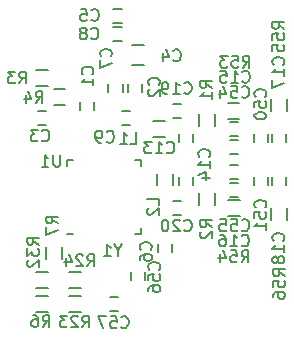
<source format=gbr>
G04 #@! TF.FileFunction,Legend,Bot*
%FSLAX46Y46*%
G04 Gerber Fmt 4.6, Leading zero omitted, Abs format (unit mm)*
G04 Created by KiCad (PCBNEW 4.0.4-stable) date 06/14/17 14:20:26*
%MOMM*%
%LPD*%
G01*
G04 APERTURE LIST*
%ADD10C,0.100000*%
%ADD11C,0.150000*%
G04 APERTURE END LIST*
D10*
D11*
X131670500Y-113219598D02*
X131670500Y-113919598D01*
X132870500Y-113919598D02*
X132870500Y-113219598D01*
X136934500Y-112395598D02*
X136934500Y-111695598D01*
X135734500Y-111695598D02*
X135734500Y-112395598D01*
X128810500Y-113985598D02*
X128110500Y-113985598D01*
X128110500Y-115185598D02*
X128810500Y-115185598D01*
X138299900Y-125240300D02*
X138299900Y-125940300D01*
X139499900Y-125940300D02*
X139499900Y-125240300D01*
X135321600Y-112395598D02*
X135321600Y-111695598D01*
X134121600Y-111695598D02*
X134121600Y-112395598D01*
X135222500Y-115185598D02*
X135922500Y-115185598D01*
X135922500Y-113985598D02*
X135222500Y-113985598D01*
X140052500Y-115911998D02*
X140052500Y-116611998D01*
X141252500Y-116611998D02*
X141252500Y-115911998D01*
X140052500Y-119569598D02*
X140052500Y-120269598D01*
X141252500Y-120269598D02*
X141252500Y-119569598D01*
X145066500Y-114925398D02*
X144366500Y-114925398D01*
X144366500Y-116125398D02*
X145066500Y-116125398D01*
X145066500Y-120081598D02*
X144366500Y-120081598D01*
X144366500Y-121281598D02*
X145066500Y-121281598D01*
X147926500Y-115911998D02*
X147926500Y-116611998D01*
X149126500Y-116611998D02*
X149126500Y-115911998D01*
X147926500Y-119569598D02*
X147926500Y-120269598D01*
X149126500Y-120269598D02*
X149126500Y-119569598D01*
X140240500Y-113375998D02*
X139540500Y-113375998D01*
X139540500Y-114575998D02*
X140240500Y-114575998D01*
X140240500Y-121605598D02*
X139540500Y-121605598D01*
X139540500Y-122805598D02*
X140240500Y-122805598D01*
X138866500Y-114824998D02*
X137866500Y-114824998D01*
X137866500Y-116174998D02*
X138866500Y-116174998D01*
X139549500Y-120292598D02*
X139549500Y-119292598D01*
X138199500Y-119292598D02*
X138199500Y-120292598D01*
X143105500Y-115237998D02*
X143105500Y-114237998D01*
X141755500Y-114237998D02*
X141755500Y-115237998D01*
X143105500Y-121943598D02*
X143105500Y-120943598D01*
X141755500Y-120943598D02*
X141755500Y-121943598D01*
X129472500Y-113482598D02*
X130472500Y-113482598D01*
X130472500Y-112132598D02*
X129472500Y-112132598D01*
X128960500Y-129658598D02*
X127960500Y-129658598D01*
X127960500Y-131008598D02*
X128960500Y-131008598D01*
X130151500Y-126515598D02*
X130151500Y-125515598D01*
X128801500Y-125515598D02*
X128801500Y-126515598D01*
X136880300Y-124412998D02*
X136880300Y-123887998D01*
X130580300Y-118112998D02*
X130580300Y-118637998D01*
X136880300Y-118112998D02*
X136880300Y-118637998D01*
X130580300Y-124412998D02*
X131105300Y-124412998D01*
X130580300Y-118112998D02*
X131105300Y-118112998D01*
X136880300Y-118112998D02*
X136355300Y-118112998D01*
X136880300Y-124412998D02*
X136355300Y-124412998D01*
X146402500Y-115911998D02*
X146402500Y-116611998D01*
X147602500Y-116611998D02*
X147602500Y-115911998D01*
X146402500Y-119569598D02*
X146402500Y-120269598D01*
X147602500Y-120269598D02*
X147602500Y-119569598D01*
X145066500Y-116423998D02*
X144366500Y-116423998D01*
X144366500Y-117623998D02*
X145066500Y-117623998D01*
X145066500Y-118582998D02*
X144366500Y-118582998D01*
X144366500Y-119782998D02*
X145066500Y-119782998D01*
X136001200Y-127627900D02*
X136001200Y-128327900D01*
X137201200Y-128327900D02*
X137201200Y-127627900D01*
X134206500Y-130940100D02*
X134906500Y-130940100D01*
X134906500Y-129740100D02*
X134206500Y-129740100D01*
X130754500Y-131008598D02*
X131754500Y-131008598D01*
X131754500Y-129658598D02*
X130754500Y-129658598D01*
X130754500Y-128976598D02*
X131754500Y-128976598D01*
X131754500Y-127626598D02*
X130754500Y-127626598D01*
X128960500Y-127626598D02*
X127960500Y-127626598D01*
X127960500Y-128976598D02*
X128960500Y-128976598D01*
X144204500Y-114650998D02*
X145204500Y-114650998D01*
X145204500Y-113300998D02*
X144204500Y-113300998D01*
X144216500Y-122880598D02*
X145216500Y-122880598D01*
X145216500Y-121530598D02*
X144216500Y-121530598D01*
X149201500Y-113967998D02*
X149201500Y-112967998D01*
X147851500Y-112967998D02*
X147851500Y-113967998D01*
X147851500Y-122213598D02*
X147851500Y-123213598D01*
X149201500Y-123213598D02*
X149201500Y-122213598D01*
X137152000Y-110070000D02*
X136152000Y-110070000D01*
X136152000Y-108370000D02*
X137152000Y-108370000D01*
X135224000Y-105318000D02*
X134524000Y-105318000D01*
X134524000Y-106518000D02*
X135224000Y-106518000D01*
X135224000Y-106842000D02*
X134524000Y-106842000D01*
X134524000Y-108042000D02*
X135224000Y-108042000D01*
X128985200Y-110526200D02*
X127985200Y-110526200D01*
X127985200Y-111876200D02*
X128985200Y-111876200D01*
X132754643Y-110862932D02*
X132802262Y-110815313D01*
X132849881Y-110672456D01*
X132849881Y-110577218D01*
X132802262Y-110434360D01*
X132707024Y-110339122D01*
X132611786Y-110291503D01*
X132421310Y-110243884D01*
X132278452Y-110243884D01*
X132087976Y-110291503D01*
X131992738Y-110339122D01*
X131897500Y-110434360D01*
X131849881Y-110577218D01*
X131849881Y-110672456D01*
X131897500Y-110815313D01*
X131945119Y-110862932D01*
X132849881Y-111815313D02*
X132849881Y-111243884D01*
X132849881Y-111529598D02*
X131849881Y-111529598D01*
X131992738Y-111434360D01*
X132087976Y-111339122D01*
X132135595Y-111243884D01*
X138380743Y-111771134D02*
X138428362Y-111723515D01*
X138475981Y-111580658D01*
X138475981Y-111485420D01*
X138428362Y-111342562D01*
X138333124Y-111247324D01*
X138237886Y-111199705D01*
X138047410Y-111152086D01*
X137904552Y-111152086D01*
X137714076Y-111199705D01*
X137618838Y-111247324D01*
X137523600Y-111342562D01*
X137475981Y-111485420D01*
X137475981Y-111580658D01*
X137523600Y-111723515D01*
X137571219Y-111771134D01*
X137571219Y-112152086D02*
X137523600Y-112199705D01*
X137475981Y-112294943D01*
X137475981Y-112533039D01*
X137523600Y-112628277D01*
X137571219Y-112675896D01*
X137666457Y-112723515D01*
X137761695Y-112723515D01*
X137904552Y-112675896D01*
X138475981Y-112104467D01*
X138475981Y-112723515D01*
X128474766Y-116466741D02*
X128522385Y-116514360D01*
X128665242Y-116561979D01*
X128760480Y-116561979D01*
X128903338Y-116514360D01*
X128998576Y-116419122D01*
X129046195Y-116323884D01*
X129093814Y-116133408D01*
X129093814Y-115990550D01*
X129046195Y-115800074D01*
X128998576Y-115704836D01*
X128903338Y-115609598D01*
X128760480Y-115561979D01*
X128665242Y-115561979D01*
X128522385Y-115609598D01*
X128474766Y-115657217D01*
X128141433Y-115561979D02*
X127522385Y-115561979D01*
X127855719Y-115942931D01*
X127712861Y-115942931D01*
X127617623Y-115990550D01*
X127570004Y-116038169D01*
X127522385Y-116133408D01*
X127522385Y-116371503D01*
X127570004Y-116466741D01*
X127617623Y-116514360D01*
X127712861Y-116561979D01*
X127998576Y-116561979D01*
X128093814Y-116514360D01*
X128141433Y-116466741D01*
X137682243Y-125728434D02*
X137729862Y-125680815D01*
X137777481Y-125537958D01*
X137777481Y-125442720D01*
X137729862Y-125299862D01*
X137634624Y-125204624D01*
X137539386Y-125157005D01*
X137348910Y-125109386D01*
X137206052Y-125109386D01*
X137015576Y-125157005D01*
X136920338Y-125204624D01*
X136825100Y-125299862D01*
X136777481Y-125442720D01*
X136777481Y-125537958D01*
X136825100Y-125680815D01*
X136872719Y-125728434D01*
X136777481Y-126585577D02*
X136777481Y-126395100D01*
X136825100Y-126299862D01*
X136872719Y-126252243D01*
X137015576Y-126157005D01*
X137206052Y-126109386D01*
X137587005Y-126109386D01*
X137682243Y-126157005D01*
X137729862Y-126204624D01*
X137777481Y-126299862D01*
X137777481Y-126490339D01*
X137729862Y-126585577D01*
X137682243Y-126633196D01*
X137587005Y-126680815D01*
X137348910Y-126680815D01*
X137253671Y-126633196D01*
X137206052Y-126585577D01*
X137158433Y-126490339D01*
X137158433Y-126299862D01*
X137206052Y-126204624D01*
X137253671Y-126157005D01*
X137348910Y-126109386D01*
X134316743Y-109358134D02*
X134364362Y-109310515D01*
X134411981Y-109167658D01*
X134411981Y-109072420D01*
X134364362Y-108929562D01*
X134269124Y-108834324D01*
X134173886Y-108786705D01*
X133983410Y-108739086D01*
X133840552Y-108739086D01*
X133650076Y-108786705D01*
X133554838Y-108834324D01*
X133459600Y-108929562D01*
X133411981Y-109072420D01*
X133411981Y-109167658D01*
X133459600Y-109310515D01*
X133507219Y-109358134D01*
X133411981Y-109691467D02*
X133411981Y-110358134D01*
X134411981Y-109929562D01*
X133961166Y-116568341D02*
X134008785Y-116615960D01*
X134151642Y-116663579D01*
X134246880Y-116663579D01*
X134389738Y-116615960D01*
X134484976Y-116520722D01*
X134532595Y-116425484D01*
X134580214Y-116235008D01*
X134580214Y-116092150D01*
X134532595Y-115901674D01*
X134484976Y-115806436D01*
X134389738Y-115711198D01*
X134246880Y-115663579D01*
X134151642Y-115663579D01*
X134008785Y-115711198D01*
X133961166Y-115758817D01*
X133484976Y-116663579D02*
X133294500Y-116663579D01*
X133199261Y-116615960D01*
X133151642Y-116568341D01*
X133056404Y-116425484D01*
X133008785Y-116235008D01*
X133008785Y-115854055D01*
X133056404Y-115758817D01*
X133104023Y-115711198D01*
X133199261Y-115663579D01*
X133389738Y-115663579D01*
X133484976Y-115711198D01*
X133532595Y-115758817D01*
X133580214Y-115854055D01*
X133580214Y-116092150D01*
X133532595Y-116187388D01*
X133484976Y-116235008D01*
X133389738Y-116282627D01*
X133199261Y-116282627D01*
X133104023Y-116235008D01*
X133056404Y-116187388D01*
X133008785Y-116092150D01*
X139060157Y-117482741D02*
X139107776Y-117530360D01*
X139250633Y-117577979D01*
X139345871Y-117577979D01*
X139488729Y-117530360D01*
X139583967Y-117435122D01*
X139631586Y-117339884D01*
X139679205Y-117149408D01*
X139679205Y-117006550D01*
X139631586Y-116816074D01*
X139583967Y-116720836D01*
X139488729Y-116625598D01*
X139345871Y-116577979D01*
X139250633Y-116577979D01*
X139107776Y-116625598D01*
X139060157Y-116673217D01*
X138107776Y-117577979D02*
X138679205Y-117577979D01*
X138393491Y-117577979D02*
X138393491Y-116577979D01*
X138488729Y-116720836D01*
X138583967Y-116816074D01*
X138679205Y-116863693D01*
X137774443Y-116577979D02*
X137155395Y-116577979D01*
X137488729Y-116958931D01*
X137345871Y-116958931D01*
X137250633Y-117006550D01*
X137203014Y-117054169D01*
X137155395Y-117149408D01*
X137155395Y-117387503D01*
X137203014Y-117482741D01*
X137250633Y-117530360D01*
X137345871Y-117577979D01*
X137631586Y-117577979D01*
X137726824Y-117530360D01*
X137774443Y-117482741D01*
X142635243Y-117854341D02*
X142682862Y-117806722D01*
X142730481Y-117663865D01*
X142730481Y-117568627D01*
X142682862Y-117425769D01*
X142587624Y-117330531D01*
X142492386Y-117282912D01*
X142301910Y-117235293D01*
X142159052Y-117235293D01*
X141968576Y-117282912D01*
X141873338Y-117330531D01*
X141778100Y-117425769D01*
X141730481Y-117568627D01*
X141730481Y-117663865D01*
X141778100Y-117806722D01*
X141825719Y-117854341D01*
X142730481Y-118806722D02*
X142730481Y-118235293D01*
X142730481Y-118521007D02*
X141730481Y-118521007D01*
X141873338Y-118425769D01*
X141968576Y-118330531D01*
X142016195Y-118235293D01*
X142063814Y-119663865D02*
X142730481Y-119663865D01*
X141682862Y-119425769D02*
X142397148Y-119187674D01*
X142397148Y-119806722D01*
X145460957Y-111488341D02*
X145508576Y-111535960D01*
X145651433Y-111583579D01*
X145746671Y-111583579D01*
X145889529Y-111535960D01*
X145984767Y-111440722D01*
X146032386Y-111345484D01*
X146080005Y-111155008D01*
X146080005Y-111012150D01*
X146032386Y-110821674D01*
X145984767Y-110726436D01*
X145889529Y-110631198D01*
X145746671Y-110583579D01*
X145651433Y-110583579D01*
X145508576Y-110631198D01*
X145460957Y-110678817D01*
X144508576Y-111583579D02*
X145080005Y-111583579D01*
X144794291Y-111583579D02*
X144794291Y-110583579D01*
X144889529Y-110726436D01*
X144984767Y-110821674D01*
X145080005Y-110869293D01*
X143603814Y-110583579D02*
X144080005Y-110583579D01*
X144127624Y-111059769D01*
X144080005Y-111012150D01*
X143984767Y-110964531D01*
X143746671Y-110964531D01*
X143651433Y-111012150D01*
X143603814Y-111059769D01*
X143556195Y-111155008D01*
X143556195Y-111393103D01*
X143603814Y-111488341D01*
X143651433Y-111535960D01*
X143746671Y-111583579D01*
X143984767Y-111583579D01*
X144080005Y-111535960D01*
X144127624Y-111488341D01*
X145384757Y-125356741D02*
X145432376Y-125404360D01*
X145575233Y-125451979D01*
X145670471Y-125451979D01*
X145813329Y-125404360D01*
X145908567Y-125309122D01*
X145956186Y-125213884D01*
X146003805Y-125023408D01*
X146003805Y-124880550D01*
X145956186Y-124690074D01*
X145908567Y-124594836D01*
X145813329Y-124499598D01*
X145670471Y-124451979D01*
X145575233Y-124451979D01*
X145432376Y-124499598D01*
X145384757Y-124547217D01*
X144432376Y-125451979D02*
X145003805Y-125451979D01*
X144718091Y-125451979D02*
X144718091Y-124451979D01*
X144813329Y-124594836D01*
X144908567Y-124690074D01*
X145003805Y-124737693D01*
X143575233Y-124451979D02*
X143765710Y-124451979D01*
X143860948Y-124499598D01*
X143908567Y-124547217D01*
X144003805Y-124690074D01*
X144051424Y-124880550D01*
X144051424Y-125261503D01*
X144003805Y-125356741D01*
X143956186Y-125404360D01*
X143860948Y-125451979D01*
X143670471Y-125451979D01*
X143575233Y-125404360D01*
X143527614Y-125356741D01*
X143479995Y-125261503D01*
X143479995Y-125023408D01*
X143527614Y-124928169D01*
X143575233Y-124880550D01*
X143670471Y-124832931D01*
X143860948Y-124832931D01*
X143956186Y-124880550D01*
X144003805Y-124928169D01*
X144051424Y-125023408D01*
X148909043Y-110056541D02*
X148956662Y-110008922D01*
X149004281Y-109866065D01*
X149004281Y-109770827D01*
X148956662Y-109627969D01*
X148861424Y-109532731D01*
X148766186Y-109485112D01*
X148575710Y-109437493D01*
X148432852Y-109437493D01*
X148242376Y-109485112D01*
X148147138Y-109532731D01*
X148051900Y-109627969D01*
X148004281Y-109770827D01*
X148004281Y-109866065D01*
X148051900Y-110008922D01*
X148099519Y-110056541D01*
X149004281Y-111008922D02*
X149004281Y-110437493D01*
X149004281Y-110723207D02*
X148004281Y-110723207D01*
X148147138Y-110627969D01*
X148242376Y-110532731D01*
X148289995Y-110437493D01*
X148004281Y-111342255D02*
X148004281Y-112008922D01*
X149004281Y-111580350D01*
X148909043Y-124966341D02*
X148956662Y-124918722D01*
X149004281Y-124775865D01*
X149004281Y-124680627D01*
X148956662Y-124537769D01*
X148861424Y-124442531D01*
X148766186Y-124394912D01*
X148575710Y-124347293D01*
X148432852Y-124347293D01*
X148242376Y-124394912D01*
X148147138Y-124442531D01*
X148051900Y-124537769D01*
X148004281Y-124680627D01*
X148004281Y-124775865D01*
X148051900Y-124918722D01*
X148099519Y-124966341D01*
X149004281Y-125918722D02*
X149004281Y-125347293D01*
X149004281Y-125633007D02*
X148004281Y-125633007D01*
X148147138Y-125537769D01*
X148242376Y-125442531D01*
X148289995Y-125347293D01*
X148432852Y-126490150D02*
X148385233Y-126394912D01*
X148337614Y-126347293D01*
X148242376Y-126299674D01*
X148194757Y-126299674D01*
X148099519Y-126347293D01*
X148051900Y-126394912D01*
X148004281Y-126490150D01*
X148004281Y-126680627D01*
X148051900Y-126775865D01*
X148099519Y-126823484D01*
X148194757Y-126871103D01*
X148242376Y-126871103D01*
X148337614Y-126823484D01*
X148385233Y-126775865D01*
X148432852Y-126680627D01*
X148432852Y-126490150D01*
X148480471Y-126394912D01*
X148528090Y-126347293D01*
X148623329Y-126299674D01*
X148813805Y-126299674D01*
X148909043Y-126347293D01*
X148956662Y-126394912D01*
X149004281Y-126490150D01*
X149004281Y-126680627D01*
X148956662Y-126775865D01*
X148909043Y-126823484D01*
X148813805Y-126871103D01*
X148623329Y-126871103D01*
X148528090Y-126823484D01*
X148480471Y-126775865D01*
X148432852Y-126680627D01*
X140533357Y-112433141D02*
X140580976Y-112480760D01*
X140723833Y-112528379D01*
X140819071Y-112528379D01*
X140961929Y-112480760D01*
X141057167Y-112385522D01*
X141104786Y-112290284D01*
X141152405Y-112099808D01*
X141152405Y-111956950D01*
X141104786Y-111766474D01*
X141057167Y-111671236D01*
X140961929Y-111575998D01*
X140819071Y-111528379D01*
X140723833Y-111528379D01*
X140580976Y-111575998D01*
X140533357Y-111623617D01*
X139580976Y-112528379D02*
X140152405Y-112528379D01*
X139866691Y-112528379D02*
X139866691Y-111528379D01*
X139961929Y-111671236D01*
X140057167Y-111766474D01*
X140152405Y-111814093D01*
X139104786Y-112528379D02*
X138914310Y-112528379D01*
X138819071Y-112480760D01*
X138771452Y-112433141D01*
X138676214Y-112290284D01*
X138628595Y-112099808D01*
X138628595Y-111718855D01*
X138676214Y-111623617D01*
X138723833Y-111575998D01*
X138819071Y-111528379D01*
X139009548Y-111528379D01*
X139104786Y-111575998D01*
X139152405Y-111623617D01*
X139200024Y-111718855D01*
X139200024Y-111956950D01*
X139152405Y-112052188D01*
X139104786Y-112099808D01*
X139009548Y-112147427D01*
X138819071Y-112147427D01*
X138723833Y-112099808D01*
X138676214Y-112052188D01*
X138628595Y-111956950D01*
X140533357Y-124086741D02*
X140580976Y-124134360D01*
X140723833Y-124181979D01*
X140819071Y-124181979D01*
X140961929Y-124134360D01*
X141057167Y-124039122D01*
X141104786Y-123943884D01*
X141152405Y-123753408D01*
X141152405Y-123610550D01*
X141104786Y-123420074D01*
X141057167Y-123324836D01*
X140961929Y-123229598D01*
X140819071Y-123181979D01*
X140723833Y-123181979D01*
X140580976Y-123229598D01*
X140533357Y-123277217D01*
X140152405Y-123277217D02*
X140104786Y-123229598D01*
X140009548Y-123181979D01*
X139771452Y-123181979D01*
X139676214Y-123229598D01*
X139628595Y-123277217D01*
X139580976Y-123372455D01*
X139580976Y-123467693D01*
X139628595Y-123610550D01*
X140200024Y-124181979D01*
X139580976Y-124181979D01*
X138961929Y-123181979D02*
X138866690Y-123181979D01*
X138771452Y-123229598D01*
X138723833Y-123277217D01*
X138676214Y-123372455D01*
X138628595Y-123562931D01*
X138628595Y-123801027D01*
X138676214Y-123991503D01*
X138723833Y-124086741D01*
X138771452Y-124134360D01*
X138866690Y-124181979D01*
X138961929Y-124181979D01*
X139057167Y-124134360D01*
X139104786Y-124086741D01*
X139152405Y-123991503D01*
X139200024Y-123801027D01*
X139200024Y-123562931D01*
X139152405Y-123372455D01*
X139104786Y-123277217D01*
X139057167Y-123229598D01*
X138961929Y-123181979D01*
X135967766Y-116790579D02*
X136443957Y-116790579D01*
X136443957Y-115790579D01*
X135110623Y-116790579D02*
X135682052Y-116790579D01*
X135396338Y-116790579D02*
X135396338Y-115790579D01*
X135491576Y-115933436D01*
X135586814Y-116028674D01*
X135682052Y-116076293D01*
X138387081Y-121937332D02*
X138387081Y-121461141D01*
X137387081Y-121461141D01*
X137482319Y-122223046D02*
X137434700Y-122270665D01*
X137387081Y-122365903D01*
X137387081Y-122603999D01*
X137434700Y-122699237D01*
X137482319Y-122746856D01*
X137577557Y-122794475D01*
X137672795Y-122794475D01*
X137815652Y-122746856D01*
X138387081Y-122175427D01*
X138387081Y-122794475D01*
X142882881Y-112031332D02*
X142406690Y-111697998D01*
X142882881Y-111459903D02*
X141882881Y-111459903D01*
X141882881Y-111840856D01*
X141930500Y-111936094D01*
X141978119Y-111983713D01*
X142073357Y-112031332D01*
X142216214Y-112031332D01*
X142311452Y-111983713D01*
X142359071Y-111936094D01*
X142406690Y-111840856D01*
X142406690Y-111459903D01*
X142882881Y-112983713D02*
X142882881Y-112412284D01*
X142882881Y-112697998D02*
X141882881Y-112697998D01*
X142025738Y-112602760D01*
X142120976Y-112507522D01*
X142168595Y-112412284D01*
X142882881Y-123816932D02*
X142406690Y-123483598D01*
X142882881Y-123245503D02*
X141882881Y-123245503D01*
X141882881Y-123626456D01*
X141930500Y-123721694D01*
X141978119Y-123769313D01*
X142073357Y-123816932D01*
X142216214Y-123816932D01*
X142311452Y-123769313D01*
X142359071Y-123721694D01*
X142406690Y-123626456D01*
X142406690Y-123245503D01*
X141978119Y-124197884D02*
X141930500Y-124245503D01*
X141882881Y-124340741D01*
X141882881Y-124578837D01*
X141930500Y-124674075D01*
X141978119Y-124721694D01*
X142073357Y-124769313D01*
X142168595Y-124769313D01*
X142311452Y-124721694D01*
X142882881Y-124150265D01*
X142882881Y-124769313D01*
X127954066Y-113304581D02*
X128287400Y-112828390D01*
X128525495Y-113304581D02*
X128525495Y-112304581D01*
X128144542Y-112304581D01*
X128049304Y-112352200D01*
X128001685Y-112399819D01*
X127954066Y-112495057D01*
X127954066Y-112637914D01*
X128001685Y-112733152D01*
X128049304Y-112780771D01*
X128144542Y-112828390D01*
X128525495Y-112828390D01*
X127096923Y-112637914D02*
X127096923Y-113304581D01*
X127335019Y-112256962D02*
X127573114Y-112971248D01*
X126954066Y-112971248D01*
X128550966Y-132259179D02*
X128884300Y-131782988D01*
X129122395Y-132259179D02*
X129122395Y-131259179D01*
X128741442Y-131259179D01*
X128646204Y-131306798D01*
X128598585Y-131354417D01*
X128550966Y-131449655D01*
X128550966Y-131592512D01*
X128598585Y-131687750D01*
X128646204Y-131735369D01*
X128741442Y-131782988D01*
X129122395Y-131782988D01*
X127693823Y-131259179D02*
X127884300Y-131259179D01*
X127979538Y-131306798D01*
X128027157Y-131354417D01*
X128122395Y-131497274D01*
X128170014Y-131687750D01*
X128170014Y-132068703D01*
X128122395Y-132163941D01*
X128074776Y-132211560D01*
X127979538Y-132259179D01*
X127789061Y-132259179D01*
X127693823Y-132211560D01*
X127646204Y-132163941D01*
X127598585Y-132068703D01*
X127598585Y-131830608D01*
X127646204Y-131735369D01*
X127693823Y-131687750D01*
X127789061Y-131640131D01*
X127979538Y-131640131D01*
X128074776Y-131687750D01*
X128122395Y-131735369D01*
X128170014Y-131830608D01*
X129852681Y-123512132D02*
X129376490Y-123178798D01*
X129852681Y-122940703D02*
X128852681Y-122940703D01*
X128852681Y-123321656D01*
X128900300Y-123416894D01*
X128947919Y-123464513D01*
X129043157Y-123512132D01*
X129186014Y-123512132D01*
X129281252Y-123464513D01*
X129328871Y-123416894D01*
X129376490Y-123321656D01*
X129376490Y-122940703D01*
X128852681Y-123845465D02*
X128852681Y-124512132D01*
X129852681Y-124083560D01*
X130035205Y-117695579D02*
X130035205Y-118505103D01*
X129987586Y-118600341D01*
X129939967Y-118647960D01*
X129844729Y-118695579D01*
X129654252Y-118695579D01*
X129559014Y-118647960D01*
X129511395Y-118600341D01*
X129463776Y-118505103D01*
X129463776Y-117695579D01*
X128463776Y-118695579D02*
X129035205Y-118695579D01*
X128749491Y-118695579D02*
X128749491Y-117695579D01*
X128844729Y-117838436D01*
X128939967Y-117933674D01*
X129035205Y-117981293D01*
X134931091Y-125788588D02*
X134931091Y-126264779D01*
X135264424Y-125264779D02*
X134931091Y-125788588D01*
X134597757Y-125264779D01*
X133740614Y-126264779D02*
X134312043Y-126264779D01*
X134026329Y-126264779D02*
X134026329Y-125264779D01*
X134121567Y-125407636D01*
X134216805Y-125502874D01*
X134312043Y-125550493D01*
X147385043Y-112774341D02*
X147432662Y-112726722D01*
X147480281Y-112583865D01*
X147480281Y-112488627D01*
X147432662Y-112345769D01*
X147337424Y-112250531D01*
X147242186Y-112202912D01*
X147051710Y-112155293D01*
X146908852Y-112155293D01*
X146718376Y-112202912D01*
X146623138Y-112250531D01*
X146527900Y-112345769D01*
X146480281Y-112488627D01*
X146480281Y-112583865D01*
X146527900Y-112726722D01*
X146575519Y-112774341D01*
X146480281Y-113679103D02*
X146480281Y-113202912D01*
X146956471Y-113155293D01*
X146908852Y-113202912D01*
X146861233Y-113298150D01*
X146861233Y-113536246D01*
X146908852Y-113631484D01*
X146956471Y-113679103D01*
X147051710Y-113726722D01*
X147289805Y-113726722D01*
X147385043Y-113679103D01*
X147432662Y-113631484D01*
X147480281Y-113536246D01*
X147480281Y-113298150D01*
X147432662Y-113202912D01*
X147385043Y-113155293D01*
X146480281Y-114345769D02*
X146480281Y-114441008D01*
X146527900Y-114536246D01*
X146575519Y-114583865D01*
X146670757Y-114631484D01*
X146861233Y-114679103D01*
X147099329Y-114679103D01*
X147289805Y-114631484D01*
X147385043Y-114583865D01*
X147432662Y-114536246D01*
X147480281Y-114441008D01*
X147480281Y-114345769D01*
X147432662Y-114250531D01*
X147385043Y-114202912D01*
X147289805Y-114155293D01*
X147099329Y-114107674D01*
X146861233Y-114107674D01*
X146670757Y-114155293D01*
X146575519Y-114202912D01*
X146527900Y-114250531D01*
X146480281Y-114345769D01*
X147385043Y-122146941D02*
X147432662Y-122099322D01*
X147480281Y-121956465D01*
X147480281Y-121861227D01*
X147432662Y-121718369D01*
X147337424Y-121623131D01*
X147242186Y-121575512D01*
X147051710Y-121527893D01*
X146908852Y-121527893D01*
X146718376Y-121575512D01*
X146623138Y-121623131D01*
X146527900Y-121718369D01*
X146480281Y-121861227D01*
X146480281Y-121956465D01*
X146527900Y-122099322D01*
X146575519Y-122146941D01*
X146480281Y-123051703D02*
X146480281Y-122575512D01*
X146956471Y-122527893D01*
X146908852Y-122575512D01*
X146861233Y-122670750D01*
X146861233Y-122908846D01*
X146908852Y-123004084D01*
X146956471Y-123051703D01*
X147051710Y-123099322D01*
X147289805Y-123099322D01*
X147385043Y-123051703D01*
X147432662Y-123004084D01*
X147480281Y-122908846D01*
X147480281Y-122670750D01*
X147432662Y-122575512D01*
X147385043Y-122527893D01*
X147480281Y-124051703D02*
X147480281Y-123480274D01*
X147480281Y-123765988D02*
X146480281Y-123765988D01*
X146623138Y-123670750D01*
X146718376Y-123575512D01*
X146765995Y-123480274D01*
X145410157Y-112783741D02*
X145457776Y-112831360D01*
X145600633Y-112878979D01*
X145695871Y-112878979D01*
X145838729Y-112831360D01*
X145933967Y-112736122D01*
X145981586Y-112640884D01*
X146029205Y-112450408D01*
X146029205Y-112307550D01*
X145981586Y-112117074D01*
X145933967Y-112021836D01*
X145838729Y-111926598D01*
X145695871Y-111878979D01*
X145600633Y-111878979D01*
X145457776Y-111926598D01*
X145410157Y-111974217D01*
X144505395Y-111878979D02*
X144981586Y-111878979D01*
X145029205Y-112355169D01*
X144981586Y-112307550D01*
X144886348Y-112259931D01*
X144648252Y-112259931D01*
X144553014Y-112307550D01*
X144505395Y-112355169D01*
X144457776Y-112450408D01*
X144457776Y-112688503D01*
X144505395Y-112783741D01*
X144553014Y-112831360D01*
X144648252Y-112878979D01*
X144886348Y-112878979D01*
X144981586Y-112831360D01*
X145029205Y-112783741D01*
X143600633Y-112212312D02*
X143600633Y-112878979D01*
X143838729Y-111831360D02*
X144076824Y-112545646D01*
X143457776Y-112545646D01*
X145410157Y-124061341D02*
X145457776Y-124108960D01*
X145600633Y-124156579D01*
X145695871Y-124156579D01*
X145838729Y-124108960D01*
X145933967Y-124013722D01*
X145981586Y-123918484D01*
X146029205Y-123728008D01*
X146029205Y-123585150D01*
X145981586Y-123394674D01*
X145933967Y-123299436D01*
X145838729Y-123204198D01*
X145695871Y-123156579D01*
X145600633Y-123156579D01*
X145457776Y-123204198D01*
X145410157Y-123251817D01*
X144505395Y-123156579D02*
X144981586Y-123156579D01*
X145029205Y-123632769D01*
X144981586Y-123585150D01*
X144886348Y-123537531D01*
X144648252Y-123537531D01*
X144553014Y-123585150D01*
X144505395Y-123632769D01*
X144457776Y-123728008D01*
X144457776Y-123966103D01*
X144505395Y-124061341D01*
X144553014Y-124108960D01*
X144648252Y-124156579D01*
X144886348Y-124156579D01*
X144981586Y-124108960D01*
X145029205Y-124061341D01*
X143553014Y-123156579D02*
X144029205Y-123156579D01*
X144076824Y-123632769D01*
X144029205Y-123585150D01*
X143933967Y-123537531D01*
X143695871Y-123537531D01*
X143600633Y-123585150D01*
X143553014Y-123632769D01*
X143505395Y-123728008D01*
X143505395Y-123966103D01*
X143553014Y-124061341D01*
X143600633Y-124108960D01*
X143695871Y-124156579D01*
X143933967Y-124156579D01*
X144029205Y-124108960D01*
X144076824Y-124061341D01*
X138393443Y-127411243D02*
X138441062Y-127363624D01*
X138488681Y-127220767D01*
X138488681Y-127125529D01*
X138441062Y-126982671D01*
X138345824Y-126887433D01*
X138250586Y-126839814D01*
X138060110Y-126792195D01*
X137917252Y-126792195D01*
X137726776Y-126839814D01*
X137631538Y-126887433D01*
X137536300Y-126982671D01*
X137488681Y-127125529D01*
X137488681Y-127220767D01*
X137536300Y-127363624D01*
X137583919Y-127411243D01*
X137488681Y-128316005D02*
X137488681Y-127839814D01*
X137964871Y-127792195D01*
X137917252Y-127839814D01*
X137869633Y-127935052D01*
X137869633Y-128173148D01*
X137917252Y-128268386D01*
X137964871Y-128316005D01*
X138060110Y-128363624D01*
X138298205Y-128363624D01*
X138393443Y-128316005D01*
X138441062Y-128268386D01*
X138488681Y-128173148D01*
X138488681Y-127935052D01*
X138441062Y-127839814D01*
X138393443Y-127792195D01*
X137488681Y-129220767D02*
X137488681Y-129030290D01*
X137536300Y-128935052D01*
X137583919Y-128887433D01*
X137726776Y-128792195D01*
X137917252Y-128744576D01*
X138298205Y-128744576D01*
X138393443Y-128792195D01*
X138441062Y-128839814D01*
X138488681Y-128935052D01*
X138488681Y-129125529D01*
X138441062Y-129220767D01*
X138393443Y-129268386D01*
X138298205Y-129316005D01*
X138060110Y-129316005D01*
X137964871Y-129268386D01*
X137917252Y-129220767D01*
X137869633Y-129125529D01*
X137869633Y-128935052D01*
X137917252Y-128839814D01*
X137964871Y-128792195D01*
X138060110Y-128744576D01*
X135199357Y-132272043D02*
X135246976Y-132319662D01*
X135389833Y-132367281D01*
X135485071Y-132367281D01*
X135627929Y-132319662D01*
X135723167Y-132224424D01*
X135770786Y-132129186D01*
X135818405Y-131938710D01*
X135818405Y-131795852D01*
X135770786Y-131605376D01*
X135723167Y-131510138D01*
X135627929Y-131414900D01*
X135485071Y-131367281D01*
X135389833Y-131367281D01*
X135246976Y-131414900D01*
X135199357Y-131462519D01*
X134294595Y-131367281D02*
X134770786Y-131367281D01*
X134818405Y-131843471D01*
X134770786Y-131795852D01*
X134675548Y-131748233D01*
X134437452Y-131748233D01*
X134342214Y-131795852D01*
X134294595Y-131843471D01*
X134246976Y-131938710D01*
X134246976Y-132176805D01*
X134294595Y-132272043D01*
X134342214Y-132319662D01*
X134437452Y-132367281D01*
X134675548Y-132367281D01*
X134770786Y-132319662D01*
X134818405Y-132272043D01*
X133913643Y-131367281D02*
X133246976Y-131367281D01*
X133675548Y-132367281D01*
X131897357Y-132309979D02*
X132230691Y-131833788D01*
X132468786Y-132309979D02*
X132468786Y-131309979D01*
X132087833Y-131309979D01*
X131992595Y-131357598D01*
X131944976Y-131405217D01*
X131897357Y-131500455D01*
X131897357Y-131643312D01*
X131944976Y-131738550D01*
X131992595Y-131786169D01*
X132087833Y-131833788D01*
X132468786Y-131833788D01*
X131516405Y-131405217D02*
X131468786Y-131357598D01*
X131373548Y-131309979D01*
X131135452Y-131309979D01*
X131040214Y-131357598D01*
X130992595Y-131405217D01*
X130944976Y-131500455D01*
X130944976Y-131595693D01*
X130992595Y-131738550D01*
X131564024Y-132309979D01*
X130944976Y-132309979D01*
X130611643Y-131309979D02*
X129992595Y-131309979D01*
X130325929Y-131690931D01*
X130183071Y-131690931D01*
X130087833Y-131738550D01*
X130040214Y-131786169D01*
X129992595Y-131881408D01*
X129992595Y-132119503D01*
X130040214Y-132214741D01*
X130087833Y-132262360D01*
X130183071Y-132309979D01*
X130468786Y-132309979D01*
X130564024Y-132262360D01*
X130611643Y-132214741D01*
X132329157Y-127128379D02*
X132662491Y-126652188D01*
X132900586Y-127128379D02*
X132900586Y-126128379D01*
X132519633Y-126128379D01*
X132424395Y-126175998D01*
X132376776Y-126223617D01*
X132329157Y-126318855D01*
X132329157Y-126461712D01*
X132376776Y-126556950D01*
X132424395Y-126604569D01*
X132519633Y-126652188D01*
X132900586Y-126652188D01*
X131948205Y-126223617D02*
X131900586Y-126175998D01*
X131805348Y-126128379D01*
X131567252Y-126128379D01*
X131472014Y-126175998D01*
X131424395Y-126223617D01*
X131376776Y-126318855D01*
X131376776Y-126414093D01*
X131424395Y-126556950D01*
X131995824Y-127128379D01*
X131376776Y-127128379D01*
X130519633Y-126461712D02*
X130519633Y-127128379D01*
X130757729Y-126080760D02*
X130995824Y-126795046D01*
X130376776Y-126795046D01*
X128227081Y-125296541D02*
X127750890Y-124963207D01*
X128227081Y-124725112D02*
X127227081Y-124725112D01*
X127227081Y-125106065D01*
X127274700Y-125201303D01*
X127322319Y-125248922D01*
X127417557Y-125296541D01*
X127560414Y-125296541D01*
X127655652Y-125248922D01*
X127703271Y-125201303D01*
X127750890Y-125106065D01*
X127750890Y-124725112D01*
X127227081Y-125629874D02*
X127227081Y-126248922D01*
X127608033Y-125915588D01*
X127608033Y-126058446D01*
X127655652Y-126153684D01*
X127703271Y-126201303D01*
X127798510Y-126248922D01*
X128036605Y-126248922D01*
X128131843Y-126201303D01*
X128179462Y-126153684D01*
X128227081Y-126058446D01*
X128227081Y-125772731D01*
X128179462Y-125677493D01*
X128131843Y-125629874D01*
X127322319Y-126629874D02*
X127274700Y-126677493D01*
X127227081Y-126772731D01*
X127227081Y-127010827D01*
X127274700Y-127106065D01*
X127322319Y-127153684D01*
X127417557Y-127201303D01*
X127512795Y-127201303D01*
X127655652Y-127153684D01*
X128227081Y-126582255D01*
X128227081Y-127201303D01*
X145486357Y-110313579D02*
X145819691Y-109837388D01*
X146057786Y-110313579D02*
X146057786Y-109313579D01*
X145676833Y-109313579D01*
X145581595Y-109361198D01*
X145533976Y-109408817D01*
X145486357Y-109504055D01*
X145486357Y-109646912D01*
X145533976Y-109742150D01*
X145581595Y-109789769D01*
X145676833Y-109837388D01*
X146057786Y-109837388D01*
X144581595Y-109313579D02*
X145057786Y-109313579D01*
X145105405Y-109789769D01*
X145057786Y-109742150D01*
X144962548Y-109694531D01*
X144724452Y-109694531D01*
X144629214Y-109742150D01*
X144581595Y-109789769D01*
X144533976Y-109885008D01*
X144533976Y-110123103D01*
X144581595Y-110218341D01*
X144629214Y-110265960D01*
X144724452Y-110313579D01*
X144962548Y-110313579D01*
X145057786Y-110265960D01*
X145105405Y-110218341D01*
X144200643Y-109313579D02*
X143581595Y-109313579D01*
X143914929Y-109694531D01*
X143772071Y-109694531D01*
X143676833Y-109742150D01*
X143629214Y-109789769D01*
X143581595Y-109885008D01*
X143581595Y-110123103D01*
X143629214Y-110218341D01*
X143676833Y-110265960D01*
X143772071Y-110313579D01*
X144057786Y-110313579D01*
X144153024Y-110265960D01*
X144200643Y-110218341D01*
X145384757Y-126798179D02*
X145718091Y-126321988D01*
X145956186Y-126798179D02*
X145956186Y-125798179D01*
X145575233Y-125798179D01*
X145479995Y-125845798D01*
X145432376Y-125893417D01*
X145384757Y-125988655D01*
X145384757Y-126131512D01*
X145432376Y-126226750D01*
X145479995Y-126274369D01*
X145575233Y-126321988D01*
X145956186Y-126321988D01*
X144479995Y-125798179D02*
X144956186Y-125798179D01*
X145003805Y-126274369D01*
X144956186Y-126226750D01*
X144860948Y-126179131D01*
X144622852Y-126179131D01*
X144527614Y-126226750D01*
X144479995Y-126274369D01*
X144432376Y-126369608D01*
X144432376Y-126607703D01*
X144479995Y-126702941D01*
X144527614Y-126750560D01*
X144622852Y-126798179D01*
X144860948Y-126798179D01*
X144956186Y-126750560D01*
X145003805Y-126702941D01*
X143575233Y-126131512D02*
X143575233Y-126798179D01*
X143813329Y-125750560D02*
X144051424Y-126464846D01*
X143432376Y-126464846D01*
X149004281Y-107033941D02*
X148528090Y-106700607D01*
X149004281Y-106462512D02*
X148004281Y-106462512D01*
X148004281Y-106843465D01*
X148051900Y-106938703D01*
X148099519Y-106986322D01*
X148194757Y-107033941D01*
X148337614Y-107033941D01*
X148432852Y-106986322D01*
X148480471Y-106938703D01*
X148528090Y-106843465D01*
X148528090Y-106462512D01*
X148004281Y-107938703D02*
X148004281Y-107462512D01*
X148480471Y-107414893D01*
X148432852Y-107462512D01*
X148385233Y-107557750D01*
X148385233Y-107795846D01*
X148432852Y-107891084D01*
X148480471Y-107938703D01*
X148575710Y-107986322D01*
X148813805Y-107986322D01*
X148909043Y-107938703D01*
X148956662Y-107891084D01*
X149004281Y-107795846D01*
X149004281Y-107557750D01*
X148956662Y-107462512D01*
X148909043Y-107414893D01*
X148004281Y-108891084D02*
X148004281Y-108414893D01*
X148480471Y-108367274D01*
X148432852Y-108414893D01*
X148385233Y-108510131D01*
X148385233Y-108748227D01*
X148432852Y-108843465D01*
X148480471Y-108891084D01*
X148575710Y-108938703D01*
X148813805Y-108938703D01*
X148909043Y-108891084D01*
X148956662Y-108843465D01*
X149004281Y-108748227D01*
X149004281Y-108510131D01*
X148956662Y-108414893D01*
X148909043Y-108367274D01*
X149055081Y-127963541D02*
X148578890Y-127630207D01*
X149055081Y-127392112D02*
X148055081Y-127392112D01*
X148055081Y-127773065D01*
X148102700Y-127868303D01*
X148150319Y-127915922D01*
X148245557Y-127963541D01*
X148388414Y-127963541D01*
X148483652Y-127915922D01*
X148531271Y-127868303D01*
X148578890Y-127773065D01*
X148578890Y-127392112D01*
X148055081Y-128868303D02*
X148055081Y-128392112D01*
X148531271Y-128344493D01*
X148483652Y-128392112D01*
X148436033Y-128487350D01*
X148436033Y-128725446D01*
X148483652Y-128820684D01*
X148531271Y-128868303D01*
X148626510Y-128915922D01*
X148864605Y-128915922D01*
X148959843Y-128868303D01*
X149007462Y-128820684D01*
X149055081Y-128725446D01*
X149055081Y-128487350D01*
X149007462Y-128392112D01*
X148959843Y-128344493D01*
X148055081Y-129773065D02*
X148055081Y-129582588D01*
X148102700Y-129487350D01*
X148150319Y-129439731D01*
X148293176Y-129344493D01*
X148483652Y-129296874D01*
X148864605Y-129296874D01*
X148959843Y-129344493D01*
X149007462Y-129392112D01*
X149055081Y-129487350D01*
X149055081Y-129677827D01*
X149007462Y-129773065D01*
X148959843Y-129820684D01*
X148864605Y-129868303D01*
X148626510Y-129868303D01*
X148531271Y-129820684D01*
X148483652Y-129773065D01*
X148436033Y-129677827D01*
X148436033Y-129487350D01*
X148483652Y-129392112D01*
X148531271Y-129344493D01*
X148626510Y-129296874D01*
X139612666Y-109678743D02*
X139660285Y-109726362D01*
X139803142Y-109773981D01*
X139898380Y-109773981D01*
X140041238Y-109726362D01*
X140136476Y-109631124D01*
X140184095Y-109535886D01*
X140231714Y-109345410D01*
X140231714Y-109202552D01*
X140184095Y-109012076D01*
X140136476Y-108916838D01*
X140041238Y-108821600D01*
X139898380Y-108773981D01*
X139803142Y-108773981D01*
X139660285Y-108821600D01*
X139612666Y-108869219D01*
X138755523Y-109107314D02*
X138755523Y-109773981D01*
X138993619Y-108726362D02*
X139231714Y-109440648D01*
X138612666Y-109440648D01*
X132678466Y-106275143D02*
X132726085Y-106322762D01*
X132868942Y-106370381D01*
X132964180Y-106370381D01*
X133107038Y-106322762D01*
X133202276Y-106227524D01*
X133249895Y-106132286D01*
X133297514Y-105941810D01*
X133297514Y-105798952D01*
X133249895Y-105608476D01*
X133202276Y-105513238D01*
X133107038Y-105418000D01*
X132964180Y-105370381D01*
X132868942Y-105370381D01*
X132726085Y-105418000D01*
X132678466Y-105465619D01*
X131773704Y-105370381D02*
X132249895Y-105370381D01*
X132297514Y-105846571D01*
X132249895Y-105798952D01*
X132154657Y-105751333D01*
X131916561Y-105751333D01*
X131821323Y-105798952D01*
X131773704Y-105846571D01*
X131726085Y-105941810D01*
X131726085Y-106179905D01*
X131773704Y-106275143D01*
X131821323Y-106322762D01*
X131916561Y-106370381D01*
X132154657Y-106370381D01*
X132249895Y-106322762D01*
X132297514Y-106275143D01*
X132653066Y-107824543D02*
X132700685Y-107872162D01*
X132843542Y-107919781D01*
X132938780Y-107919781D01*
X133081638Y-107872162D01*
X133176876Y-107776924D01*
X133224495Y-107681686D01*
X133272114Y-107491210D01*
X133272114Y-107348352D01*
X133224495Y-107157876D01*
X133176876Y-107062638D01*
X133081638Y-106967400D01*
X132938780Y-106919781D01*
X132843542Y-106919781D01*
X132700685Y-106967400D01*
X132653066Y-107015019D01*
X132081638Y-107348352D02*
X132176876Y-107300733D01*
X132224495Y-107253114D01*
X132272114Y-107157876D01*
X132272114Y-107110257D01*
X132224495Y-107015019D01*
X132176876Y-106967400D01*
X132081638Y-106919781D01*
X131891161Y-106919781D01*
X131795923Y-106967400D01*
X131748304Y-107015019D01*
X131700685Y-107110257D01*
X131700685Y-107157876D01*
X131748304Y-107253114D01*
X131795923Y-107300733D01*
X131891161Y-107348352D01*
X132081638Y-107348352D01*
X132176876Y-107395971D01*
X132224495Y-107443590D01*
X132272114Y-107538829D01*
X132272114Y-107729305D01*
X132224495Y-107824543D01*
X132176876Y-107872162D01*
X132081638Y-107919781D01*
X131891161Y-107919781D01*
X131795923Y-107872162D01*
X131748304Y-107824543D01*
X131700685Y-107729305D01*
X131700685Y-107538829D01*
X131748304Y-107443590D01*
X131795923Y-107395971D01*
X131891161Y-107348352D01*
X126557066Y-111653581D02*
X126890400Y-111177390D01*
X127128495Y-111653581D02*
X127128495Y-110653581D01*
X126747542Y-110653581D01*
X126652304Y-110701200D01*
X126604685Y-110748819D01*
X126557066Y-110844057D01*
X126557066Y-110986914D01*
X126604685Y-111082152D01*
X126652304Y-111129771D01*
X126747542Y-111177390D01*
X127128495Y-111177390D01*
X126223733Y-110653581D02*
X125604685Y-110653581D01*
X125938019Y-111034533D01*
X125795161Y-111034533D01*
X125699923Y-111082152D01*
X125652304Y-111129771D01*
X125604685Y-111225010D01*
X125604685Y-111463105D01*
X125652304Y-111558343D01*
X125699923Y-111605962D01*
X125795161Y-111653581D01*
X126080876Y-111653581D01*
X126176114Y-111605962D01*
X126223733Y-111558343D01*
M02*

</source>
